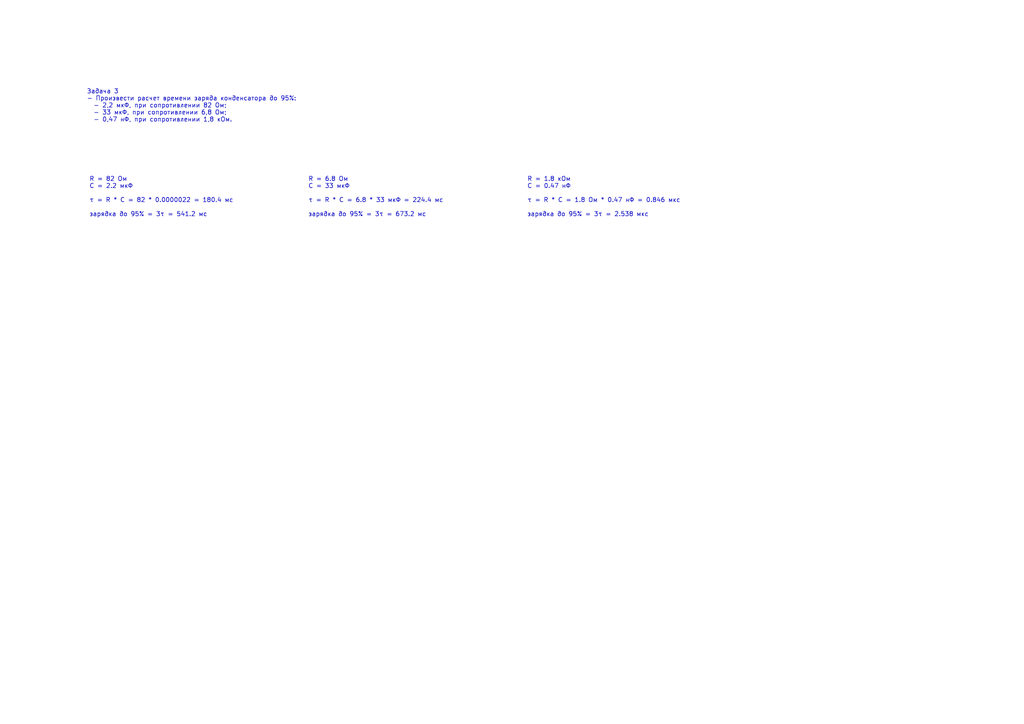
<source format=kicad_sch>
(kicad_sch
	(version 20231120)
	(generator "eeschema")
	(generator_version "8.0")
	(uuid "264baa99-d23d-4898-be37-9747e0c67b85")
	(paper "A4")
	(lib_symbols)
	(text "R = 1.8 кОм\nC = 0.47 нФ\n\nτ = R * C = 1.8 Ом * 0.47 нФ = 0.846 мкс\n\nзарядка до 95% = 3τ = 2.538 мкс"
		(exclude_from_sim no)
		(at 152.908 51.308 0)
		(effects
			(font
				(size 1.27 1.27)
			)
			(justify left top)
		)
		(uuid "0cc352a2-601f-4f28-9d9b-b48ceb96ce6b")
	)
	(text "R = 82 Ом\nC = 2.2 мкФ\n\nτ = R * C = 82 * 0.0000022 = 180.4 мс\n\nзарядка до 95% = 3τ = 541.2 мс"
		(exclude_from_sim no)
		(at 25.908 51.308 0)
		(effects
			(font
				(size 1.27 1.27)
			)
			(justify left top)
		)
		(uuid "794f57de-7630-4fd3-bfa6-735a6db7a89a")
	)
	(text "Задача 3 \n- Произвести расчет времени заряда конденсатора до 95%:\n  - 2,2 мкФ, при сопротивлении 82 Ом;\n  - 33 мкФ, при сопротивлении 6,8 Ом;\n  - 0,47 нФ, при сопротивлении 1,8 кОм."
		(exclude_from_sim no)
		(at 25.146 25.908 0)
		(effects
			(font
				(size 1.27 1.27)
			)
			(justify left top)
		)
		(uuid "843c3110-6ab4-474b-9163-2f17d84d3b0b")
	)
	(text "R = 6.8 Ом\nC = 33 мкФ\n\nτ = R * C = 6.8 * 33 мкФ = 224.4 мс\n\nзарядка до 95% = 3τ = 673.2 мс"
		(exclude_from_sim no)
		(at 89.408 51.308 0)
		(effects
			(font
				(size 1.27 1.27)
			)
			(justify left top)
		)
		(uuid "c3305ab3-5353-4c18-9daf-08f2796dc8bf")
	)
)

</source>
